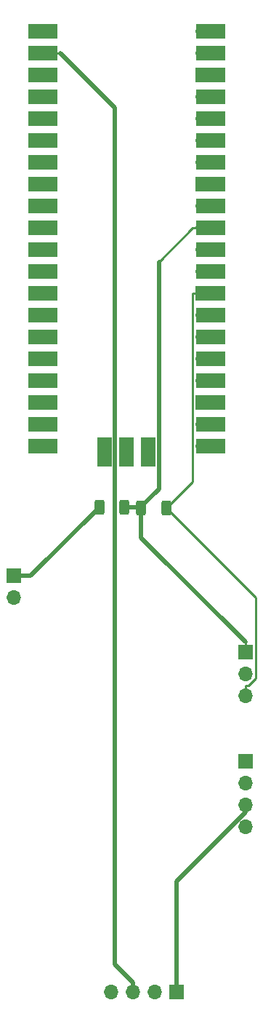
<source format=gbr>
%TF.GenerationSoftware,KiCad,Pcbnew,(7.0.0)*%
%TF.CreationDate,2023-05-30T18:27:12+05:30*%
%TF.ProjectId,voltmeter-pcb,766f6c74-6d65-4746-9572-2d7063622e6b,rev?*%
%TF.SameCoordinates,Original*%
%TF.FileFunction,Copper,L1,Top*%
%TF.FilePolarity,Positive*%
%FSLAX46Y46*%
G04 Gerber Fmt 4.6, Leading zero omitted, Abs format (unit mm)*
G04 Created by KiCad (PCBNEW (7.0.0)) date 2023-05-30 18:27:12*
%MOMM*%
%LPD*%
G01*
G04 APERTURE LIST*
G04 Aperture macros list*
%AMRoundRect*
0 Rectangle with rounded corners*
0 $1 Rounding radius*
0 $2 $3 $4 $5 $6 $7 $8 $9 X,Y pos of 4 corners*
0 Add a 4 corners polygon primitive as box body*
4,1,4,$2,$3,$4,$5,$6,$7,$8,$9,$2,$3,0*
0 Add four circle primitives for the rounded corners*
1,1,$1+$1,$2,$3*
1,1,$1+$1,$4,$5*
1,1,$1+$1,$6,$7*
1,1,$1+$1,$8,$9*
0 Add four rect primitives between the rounded corners*
20,1,$1+$1,$2,$3,$4,$5,0*
20,1,$1+$1,$4,$5,$6,$7,0*
20,1,$1+$1,$6,$7,$8,$9,0*
20,1,$1+$1,$8,$9,$2,$3,0*%
G04 Aperture macros list end*
%TA.AperFunction,ComponentPad*%
%ADD10R,1.700000X1.700000*%
%TD*%
%TA.AperFunction,ComponentPad*%
%ADD11O,1.700000X1.700000*%
%TD*%
%TA.AperFunction,SMDPad,CuDef*%
%ADD12R,3.500000X1.700000*%
%TD*%
%TA.AperFunction,SMDPad,CuDef*%
%ADD13R,1.700000X3.500000*%
%TD*%
%TA.AperFunction,SMDPad,CuDef*%
%ADD14RoundRect,0.250000X-0.312500X-0.625000X0.312500X-0.625000X0.312500X0.625000X-0.312500X0.625000X0*%
%TD*%
%TA.AperFunction,Conductor*%
%ADD15C,0.250000*%
%TD*%
%TA.AperFunction,Conductor*%
%ADD16C,0.500000*%
%TD*%
G04 APERTURE END LIST*
D10*
%TO.P,J1,1,Pin_1*%
%TO.N,/SIG*%
X156022499Y-118719999D03*
D11*
%TO.P,J1,2,Pin_2*%
%TO.N,5V*%
X156022499Y-121259999D03*
%TO.P,J1,3,Pin_3*%
%TO.N,GND*%
X156022499Y-123799999D03*
%TD*%
D10*
%TO.P,J2,1,Pin_1*%
%TO.N,/GP13*%
X156047499Y-131409999D03*
D11*
%TO.P,J2,2,Pin_2*%
%TO.N,/GP12*%
X156047499Y-133949999D03*
%TO.P,J2,3,Pin_3*%
%TO.N,GND*%
X156047499Y-136489999D03*
%TO.P,J2,4,Pin_4*%
%TO.N,5V*%
X156047499Y-139029999D03*
%TD*%
%TO.P,U1,1,GPIO0*%
%TO.N,/CLK*%
X133307499Y-46529999D03*
D12*
X132407499Y-46529999D03*
D11*
%TO.P,U1,2,GPIO1*%
%TO.N,/DIO*%
X133307499Y-49069999D03*
D12*
X132407499Y-49069999D03*
D10*
%TO.P,U1,3,GND*%
%TO.N,GND*%
X133307499Y-51609999D03*
D12*
X132407499Y-51609999D03*
D11*
%TO.P,U1,4,GPIO2*%
%TO.N,unconnected-(U1-GPIO2-Pad4)*%
X133307499Y-54149999D03*
D12*
X132407499Y-54149999D03*
D11*
%TO.P,U1,5,GPIO3*%
%TO.N,/GP12*%
X133307499Y-56689999D03*
D12*
X132407499Y-56689999D03*
D11*
%TO.P,U1,6,GPIO4*%
%TO.N,/GP13*%
X133307499Y-59229999D03*
D12*
X132407499Y-59229999D03*
D11*
%TO.P,U1,7,GPIO5*%
%TO.N,unconnected-(U1-GPIO5-Pad7)*%
X133307499Y-61769999D03*
D12*
X132407499Y-61769999D03*
D10*
%TO.P,U1,8,GND*%
%TO.N,GND*%
X133307499Y-64309999D03*
D12*
X132407499Y-64309999D03*
D11*
%TO.P,U1,9,GPIO6*%
%TO.N,unconnected-(U1-GPIO6-Pad9)*%
X133307499Y-66849999D03*
D12*
X132407499Y-66849999D03*
D11*
%TO.P,U1,10,GPIO7*%
%TO.N,unconnected-(U1-GPIO7-Pad10)*%
X133307499Y-69389999D03*
D12*
X132407499Y-69389999D03*
D11*
%TO.P,U1,11,GPIO8*%
%TO.N,unconnected-(U1-GPIO8-Pad11)*%
X133307499Y-71929999D03*
D12*
X132407499Y-71929999D03*
D11*
%TO.P,U1,12,GPIO9*%
%TO.N,unconnected-(U1-GPIO9-Pad12)*%
X133307499Y-74469999D03*
D12*
X132407499Y-74469999D03*
D10*
%TO.P,U1,13,GND*%
%TO.N,unconnected-(U1-GND-Pad13)*%
X133307499Y-77009999D03*
D12*
X132407499Y-77009999D03*
D11*
%TO.P,U1,14,GPIO10*%
%TO.N,unconnected-(U1-GPIO10-Pad14)*%
X133307499Y-79549999D03*
D12*
X132407499Y-79549999D03*
D11*
%TO.P,U1,15,GPIO11*%
%TO.N,unconnected-(U1-GPIO11-Pad15)*%
X133307499Y-82089999D03*
D12*
X132407499Y-82089999D03*
D11*
%TO.P,U1,16,GPIO12*%
%TO.N,unconnected-(U1-GPIO12-Pad16)*%
X133307499Y-84629999D03*
D12*
X132407499Y-84629999D03*
D11*
%TO.P,U1,17,GPIO13*%
%TO.N,unconnected-(U1-GPIO13-Pad17)*%
X133307499Y-87169999D03*
D12*
X132407499Y-87169999D03*
D10*
%TO.P,U1,18,GND*%
%TO.N,unconnected-(U1-GND-Pad18)*%
X133307499Y-89709999D03*
D12*
X132407499Y-89709999D03*
D11*
%TO.P,U1,19,GPIO14*%
%TO.N,unconnected-(U1-GPIO14-Pad19)*%
X133307499Y-92249999D03*
D12*
X132407499Y-92249999D03*
D11*
%TO.P,U1,20,GPIO15*%
%TO.N,unconnected-(U1-GPIO15-Pad20)*%
X133307499Y-94789999D03*
D12*
X132407499Y-94789999D03*
D11*
%TO.P,U1,21,GPIO16*%
%TO.N,unconnected-(U1-GPIO16-Pad21)*%
X151087499Y-94789999D03*
D12*
X151987499Y-94789999D03*
D11*
%TO.P,U1,22,GPIO17*%
%TO.N,unconnected-(U1-GPIO17-Pad22)*%
X151087499Y-92249999D03*
D12*
X151987499Y-92249999D03*
D10*
%TO.P,U1,23,GND*%
%TO.N,unconnected-(U1-GND-Pad23)*%
X151087499Y-89709999D03*
D12*
X151987499Y-89709999D03*
D11*
%TO.P,U1,24,GPIO18*%
%TO.N,unconnected-(U1-GPIO18-Pad24)*%
X151087499Y-87169999D03*
D12*
X151987499Y-87169999D03*
D11*
%TO.P,U1,25,GPIO19*%
%TO.N,unconnected-(U1-GPIO19-Pad25)*%
X151087499Y-84629999D03*
D12*
X151987499Y-84629999D03*
D11*
%TO.P,U1,26,GPIO20*%
%TO.N,unconnected-(U1-GPIO20-Pad26)*%
X151087499Y-82089999D03*
D12*
X151987499Y-82089999D03*
D11*
%TO.P,U1,27,GPIO21*%
%TO.N,unconnected-(U1-GPIO21-Pad27)*%
X151087499Y-79549999D03*
D12*
X151987499Y-79549999D03*
D10*
%TO.P,U1,28,GND*%
%TO.N,GND*%
X151087499Y-77009999D03*
D12*
X151987499Y-77009999D03*
D11*
%TO.P,U1,29,GPIO22*%
%TO.N,unconnected-(U1-GPIO22-Pad29)*%
X151087499Y-74469999D03*
D12*
X151987499Y-74469999D03*
D11*
%TO.P,U1,30,RUN*%
%TO.N,unconnected-(U1-RUN-Pad30)*%
X151087499Y-71929999D03*
D12*
X151987499Y-71929999D03*
D11*
%TO.P,U1,31,GPIO26_ADC0*%
%TO.N,/SIG*%
X151087499Y-69389999D03*
D12*
X151987499Y-69389999D03*
D11*
%TO.P,U1,32,GPIO27_ADC1*%
%TO.N,unconnected-(U1-GPIO27_ADC1-Pad32)*%
X151087499Y-66849999D03*
D12*
X151987499Y-66849999D03*
D10*
%TO.P,U1,33,AGND*%
%TO.N,unconnected-(U1-AGND-Pad33)*%
X151087499Y-64309999D03*
D12*
X151987499Y-64309999D03*
D11*
%TO.P,U1,34,GPIO28_ADC2*%
%TO.N,unconnected-(U1-GPIO28_ADC2-Pad34)*%
X151087499Y-61769999D03*
D12*
X151987499Y-61769999D03*
D11*
%TO.P,U1,35,ADC_VREF*%
%TO.N,unconnected-(U1-ADC_VREF-Pad35)*%
X151087499Y-59229999D03*
D12*
X151987499Y-59229999D03*
D11*
%TO.P,U1,36,3V3*%
%TO.N,unconnected-(U1-3V3-Pad36)*%
X151087499Y-56689999D03*
D12*
X151987499Y-56689999D03*
D11*
%TO.P,U1,37,3V3_EN*%
%TO.N,unconnected-(U1-3V3_EN-Pad37)*%
X151087499Y-54149999D03*
D12*
X151987499Y-54149999D03*
D10*
%TO.P,U1,38,GND*%
%TO.N,unconnected-(U1-GND-Pad38)*%
X151087499Y-51609999D03*
D12*
X151987499Y-51609999D03*
D11*
%TO.P,U1,39,VSYS*%
%TO.N,unconnected-(U1-VSYS-Pad39)*%
X151087499Y-49069999D03*
D12*
X151987499Y-49069999D03*
D11*
%TO.P,U1,40,VBUS*%
%TO.N,5V*%
X151087499Y-46529999D03*
D12*
X151987499Y-46529999D03*
D11*
%TO.P,U1,41,SWCLK*%
%TO.N,unconnected-(U1-SWCLK-Pad41)*%
X139657499Y-94559999D03*
D13*
X139657499Y-95459999D03*
D10*
%TO.P,U1,42,GND*%
%TO.N,unconnected-(U1-GND-Pad42)*%
X142197499Y-94559999D03*
D13*
X142197499Y-95459999D03*
D11*
%TO.P,U1,43,SWDIO*%
%TO.N,unconnected-(U1-SWDIO-Pad43)*%
X144737499Y-94559999D03*
D13*
X144737499Y-95459999D03*
%TD*%
D14*
%TO.P,R1,1*%
%TO.N,/VIN*%
X139000000Y-101880000D03*
%TO.P,R1,2*%
%TO.N,/SIG*%
X141925000Y-101880000D03*
%TD*%
D10*
%TO.P,J4,1,Pin_1*%
%TO.N,GND*%
X148002499Y-158289999D03*
D11*
%TO.P,J4,2,Pin_2*%
%TO.N,5V*%
X145462499Y-158289999D03*
%TO.P,J4,3,Pin_3*%
%TO.N,/DIO*%
X142922499Y-158289999D03*
%TO.P,J4,4,Pin_4*%
%TO.N,/CLK*%
X140382499Y-158289999D03*
%TD*%
D14*
%TO.P,R2,1*%
%TO.N,/SIG*%
X143910000Y-101990000D03*
%TO.P,R2,2*%
%TO.N,GND*%
X146835000Y-101990000D03*
%TD*%
D10*
%TO.P,J3,1,Pin_1*%
%TO.N,/VIN*%
X129022499Y-109849999D03*
D11*
%TO.P,J3,2,Pin_2*%
%TO.N,GND*%
X129022499Y-112389999D03*
%TD*%
D15*
%TO.N,/SIG*%
X143800000Y-101880000D02*
X143910000Y-101990000D01*
X151087500Y-69390000D02*
X149912400Y-69390000D01*
D16*
X141925000Y-101880000D02*
X143800000Y-101880000D01*
X145946300Y-99733700D02*
X143800000Y-101880000D01*
D15*
X156022500Y-118720000D02*
X156022500Y-117544900D01*
D16*
X145946300Y-73356100D02*
X145946300Y-99733700D01*
X156022500Y-117544900D02*
X143910000Y-105432400D01*
X143910000Y-105432400D02*
X143910000Y-101990000D01*
D15*
X149912400Y-69390000D02*
X145946300Y-73356100D01*
%TO.N,GND*%
X149912400Y-98912600D02*
X146835000Y-101990000D01*
D16*
X156047500Y-137297900D02*
X155680300Y-137665100D01*
D15*
X149912400Y-77010000D02*
X149912400Y-98912600D01*
X156387700Y-122624900D02*
X156022500Y-122624900D01*
X146835000Y-101990000D02*
X157216700Y-112371700D01*
X157216700Y-121795900D02*
X156387700Y-122624900D01*
X156022500Y-123800000D02*
X156022500Y-122624900D01*
D16*
X156047500Y-136490000D02*
X156047500Y-137297900D01*
D15*
X157216700Y-112371700D02*
X157216700Y-121795900D01*
X151087500Y-77010000D02*
X149912400Y-77010000D01*
D16*
X148002500Y-145342900D02*
X148002500Y-158290000D01*
X155680300Y-137665100D02*
X148002500Y-145342900D01*
%TO.N,/VIN*%
X131030000Y-109850000D02*
X139000000Y-101880000D01*
X129022500Y-109850000D02*
X131030000Y-109850000D01*
D15*
X129022000Y-109850000D02*
X129022500Y-109850000D01*
D16*
%TO.N,/DIO*%
X140832700Y-155025100D02*
X140832700Y-55420100D01*
X140832700Y-55420100D02*
X134482600Y-49070000D01*
D15*
X133307500Y-49070000D02*
X134482600Y-49070000D01*
D16*
X142922500Y-157114900D02*
X140832700Y-155025100D01*
X142922500Y-158290000D02*
X142922500Y-157114900D01*
%TD*%
M02*

</source>
